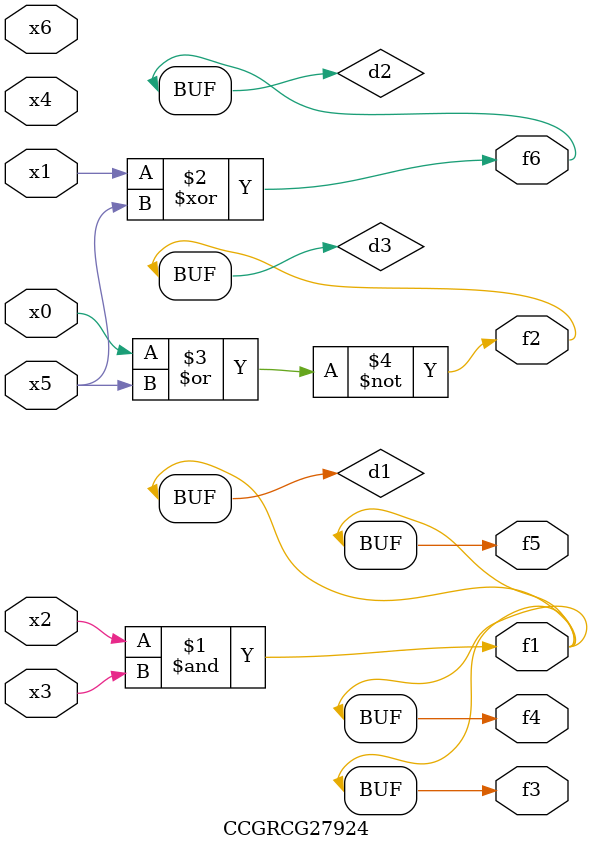
<source format=v>
module CCGRCG27924(
	input x0, x1, x2, x3, x4, x5, x6,
	output f1, f2, f3, f4, f5, f6
);

	wire d1, d2, d3;

	and (d1, x2, x3);
	xor (d2, x1, x5);
	nor (d3, x0, x5);
	assign f1 = d1;
	assign f2 = d3;
	assign f3 = d1;
	assign f4 = d1;
	assign f5 = d1;
	assign f6 = d2;
endmodule

</source>
